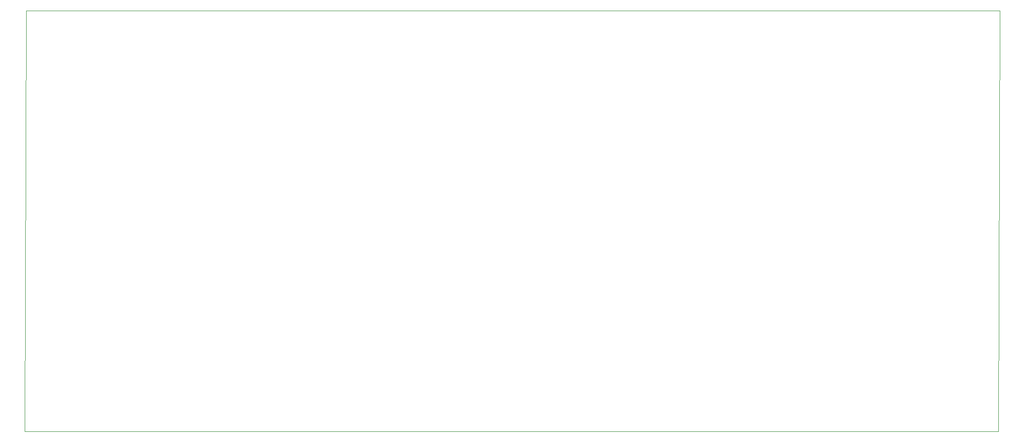
<source format=gm1>
G04 #@! TF.GenerationSoftware,KiCad,Pcbnew,5.1.5-52549c5~84~ubuntu18.04.1*
G04 #@! TF.CreationDate,2020-02-05T02:03:39-05:00*
G04 #@! TF.ProjectId,cropdroid-reservoir,63726f70-6472-46f6-9964-2d7265736572,v1*
G04 #@! TF.SameCoordinates,Original*
G04 #@! TF.FileFunction,Profile,NP*
%FSLAX46Y46*%
G04 Gerber Fmt 4.6, Leading zero omitted, Abs format (unit mm)*
G04 Created by KiCad (PCBNEW 5.1.5-52549c5~84~ubuntu18.04.1) date 2020-02-05 02:03:39*
%MOMM*%
%LPD*%
G04 APERTURE LIST*
%ADD10C,0.050000*%
G04 APERTURE END LIST*
D10*
X63754000Y-60960000D02*
X63500000Y-134620000D01*
X233680000Y-134620000D02*
X233934000Y-60960000D01*
X63500000Y-134620000D02*
X233680000Y-134620000D01*
X233934000Y-60960000D02*
X63754000Y-60960000D01*
M02*

</source>
